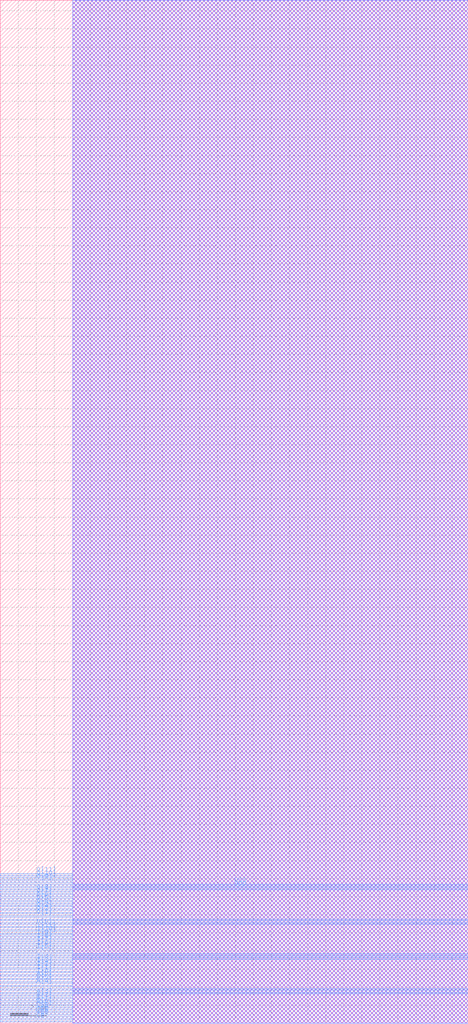
<source format=lef>
VERSION 5.6 ;
BUSBITCHARS "[]" ;
DIVIDERCHAR "/" ;

MACRO SRAM1RW128x12
  CLASS BLOCK ;
  ORIGIN 0 0 ;
  FOREIGN SRAM1RW128x12 0 0 ;
  SIZE 25.888 BY 56.584 ;
  SYMMETRY X Y ;
  SITE coreSite ;
  PIN VDD
    DIRECTION INOUT ;
    USE POWER ;
    PORT 
      LAYER M4 ;
        RECT 0.0 1.632 25.888 1.728 ;
        RECT 0.0 3.552 25.888 3.648 ;
        RECT 0.0 5.472 25.888 5.568 ;
        RECT 0.0 7.392 25.888 7.488 ;
    END 
  END VDD
  PIN VSS
    DIRECTION INOUT ;
    USE GROUND ;
    PORT 
      LAYER M4 ;
        RECT 0.0 1.824 25.888 1.92 ;
        RECT 0.0 3.744 25.888 3.84 ;
        RECT 0.0 5.664 25.888 5.76 ;
        RECT 0.0 7.584 25.888 7.68 ;
    END 
  END VSS
  PIN CE
    DIRECTION INPUT ;
    USE SIGNAL ;
    PORT 
      LAYER M4 ;
        RECT 0.0 0.096 4.0 0.192 ;
    END 
  END CE
  PIN WEB
    DIRECTION INPUT ;
    USE SIGNAL ;
    PORT 
      LAYER M4 ;
        RECT 0.0 0.288 4.0 0.384 ;
    END 
  END WEB
  PIN OEB
    DIRECTION INPUT ;
    USE SIGNAL ;
    PORT 
      LAYER M4 ;
        RECT 0.0 0.48 4.0 0.576 ;
    END 
  END OEB
  PIN CSB
    DIRECTION INPUT ;
    USE SIGNAL ;
    PORT 
      LAYER M4 ;
        RECT 0.0 0.672 4.0 0.768 ;
    END 
  END CSB
  PIN A[0]
    DIRECTION INPUT ;
    USE SIGNAL ;
    PORT 
      LAYER M4 ;
        RECT 0.0 0.864 4.0 0.96 ;
    END 
  END A[0]
  PIN A[1]
    DIRECTION INPUT ;
    USE SIGNAL ;
    PORT 
      LAYER M4 ;
        RECT 0.0 1.056 4.0 1.152 ;
    END 
  END A[1]
  PIN A[2]
    DIRECTION INPUT ;
    USE SIGNAL ;
    PORT 
      LAYER M4 ;
        RECT 0.0 1.248 4.0 1.344 ;
    END 
  END A[2]
  PIN A[3]
    DIRECTION INPUT ;
    USE SIGNAL ;
    PORT 
      LAYER M4 ;
        RECT 0.0 1.44 4.0 1.536 ;
    END 
  END A[3]
  PIN A[4]
    DIRECTION INPUT ;
    USE SIGNAL ;
    PORT 
      LAYER M4 ;
        RECT 0.0 2.016 4.0 2.112 ;
    END 
  END A[4]
  PIN A[5]
    DIRECTION INPUT ;
    USE SIGNAL ;
    PORT 
      LAYER M4 ;
        RECT 0.0 2.208 4.0 2.304 ;
    END 
  END A[5]
  PIN A[6]
    DIRECTION INPUT ;
    USE SIGNAL ;
    PORT 
      LAYER M4 ;
        RECT 0.0 2.4 4.0 2.496 ;
    END 
  END A[6]
  PIN I[0]
    DIRECTION INPUT ;
    USE SIGNAL ;
    PORT 
      LAYER M4 ;
        RECT 0.0 2.592 4.0 2.688 ;
    END 
  END I[0]
  PIN I[1]
    DIRECTION INPUT ;
    USE SIGNAL ;
    PORT 
      LAYER M4 ;
        RECT 0.0 2.784 4.0 2.88 ;
    END 
  END I[1]
  PIN I[2]
    DIRECTION INPUT ;
    USE SIGNAL ;
    PORT 
      LAYER M4 ;
        RECT 0.0 2.976 4.0 3.072 ;
    END 
  END I[2]
  PIN I[3]
    DIRECTION INPUT ;
    USE SIGNAL ;
    PORT 
      LAYER M4 ;
        RECT 0.0 3.168 4.0 3.264 ;
    END 
  END I[3]
  PIN I[4]
    DIRECTION INPUT ;
    USE SIGNAL ;
    PORT 
      LAYER M4 ;
        RECT 0.0 3.36 4.0 3.456 ;
    END 
  END I[4]
  PIN I[5]
    DIRECTION INPUT ;
    USE SIGNAL ;
    PORT 
      LAYER M4 ;
        RECT 0.0 3.936 4.0 4.032 ;
    END 
  END I[5]
  PIN I[6]
    DIRECTION INPUT ;
    USE SIGNAL ;
    PORT 
      LAYER M4 ;
        RECT 0.0 4.128 4.0 4.224 ;
    END 
  END I[6]
  PIN I[7]
    DIRECTION INPUT ;
    USE SIGNAL ;
    PORT 
      LAYER M4 ;
        RECT 0.0 4.32 4.0 4.416 ;
    END 
  END I[7]
  PIN I[8]
    DIRECTION INPUT ;
    USE SIGNAL ;
    PORT 
      LAYER M4 ;
        RECT 0.0 4.512 4.0 4.608 ;
    END 
  END I[8]
  PIN I[9]
    DIRECTION INPUT ;
    USE SIGNAL ;
    PORT 
      LAYER M4 ;
        RECT 0.0 4.704 4.0 4.8 ;
    END 
  END I[9]
  PIN I[10]
    DIRECTION INPUT ;
    USE SIGNAL ;
    PORT 
      LAYER M4 ;
        RECT 0.0 4.896 4.0 4.992 ;
    END 
  END I[10]
  PIN I[11]
    DIRECTION INPUT ;
    USE SIGNAL ;
    PORT 
      LAYER M4 ;
        RECT 0.0 5.088 4.0 5.184 ;
    END 
  END I[11]
  PIN O[0]
    DIRECTION OUTPUT ;
    USE SIGNAL ;
    PORT 
      LAYER M4 ;
        RECT 0.0 5.28 4.0 5.376 ;
    END 
  END O[0]
  PIN O[1]
    DIRECTION OUTPUT ;
    USE SIGNAL ;
    PORT 
      LAYER M4 ;
        RECT 0.0 5.856 4.0 5.952 ;
    END 
  END O[1]
  PIN O[2]
    DIRECTION OUTPUT ;
    USE SIGNAL ;
    PORT 
      LAYER M4 ;
        RECT 0.0 6.048 4.0 6.144 ;
    END 
  END O[2]
  PIN O[3]
    DIRECTION OUTPUT ;
    USE SIGNAL ;
    PORT 
      LAYER M4 ;
        RECT 0.0 6.24 4.0 6.336 ;
    END 
  END O[3]
  PIN O[4]
    DIRECTION OUTPUT ;
    USE SIGNAL ;
    PORT 
      LAYER M4 ;
        RECT 0.0 6.432 4.0 6.528 ;
    END 
  END O[4]
  PIN O[5]
    DIRECTION OUTPUT ;
    USE SIGNAL ;
    PORT 
      LAYER M4 ;
        RECT 0.0 6.624 4.0 6.72 ;
    END 
  END O[5]
  PIN O[6]
    DIRECTION OUTPUT ;
    USE SIGNAL ;
    PORT 
      LAYER M4 ;
        RECT 0.0 6.816 4.0 6.912 ;
    END 
  END O[6]
  PIN O[7]
    DIRECTION OUTPUT ;
    USE SIGNAL ;
    PORT 
      LAYER M4 ;
        RECT 0.0 7.008 4.0 7.104 ;
    END 
  END O[7]
  PIN O[8]
    DIRECTION OUTPUT ;
    USE SIGNAL ;
    PORT 
      LAYER M4 ;
        RECT 0.0 7.2 4.0 7.296 ;
    END 
  END O[8]
  PIN O[9]
    DIRECTION OUTPUT ;
    USE SIGNAL ;
    PORT 
      LAYER M4 ;
        RECT 0.0 7.776 4.0 7.872 ;
    END 
  END O[9]
  PIN O[10]
    DIRECTION OUTPUT ;
    USE SIGNAL ;
    PORT 
      LAYER M4 ;
        RECT 0.0 7.968 4.0 8.064 ;
    END 
  END O[10]
  PIN O[11]
    DIRECTION OUTPUT ;
    USE SIGNAL ;
    PORT 
      LAYER M4 ;
        RECT 0.0 8.16 4.0 8.256 ;
    END 
  END O[11]
  OBS 
    LAYER M1 ;
      RECT 4.0 0.0 25.888 56.584 ;
    LAYER M2 ;
      RECT 4.0 0.0 25.888 56.584 ;
    LAYER M3 ;
      RECT 4.0 0.0 25.888 56.584 ;
  END 
END SRAM1RW128x12

END LIBRARY
</source>
